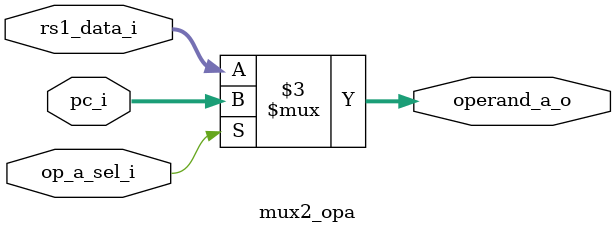
<source format=sv>
module mux2_opa (
    input  logic [31:0] pc_i,
    input  logic [31:0] rs1_data_i,
    input  logic        op_a_sel_i,
    output logic [31:0] operand_a_o
);

  always_comb begin
    if (op_a_sel_i) operand_a_o = pc_i;
    else operand_a_o = rs1_data_i;
  end
endmodule



</source>
